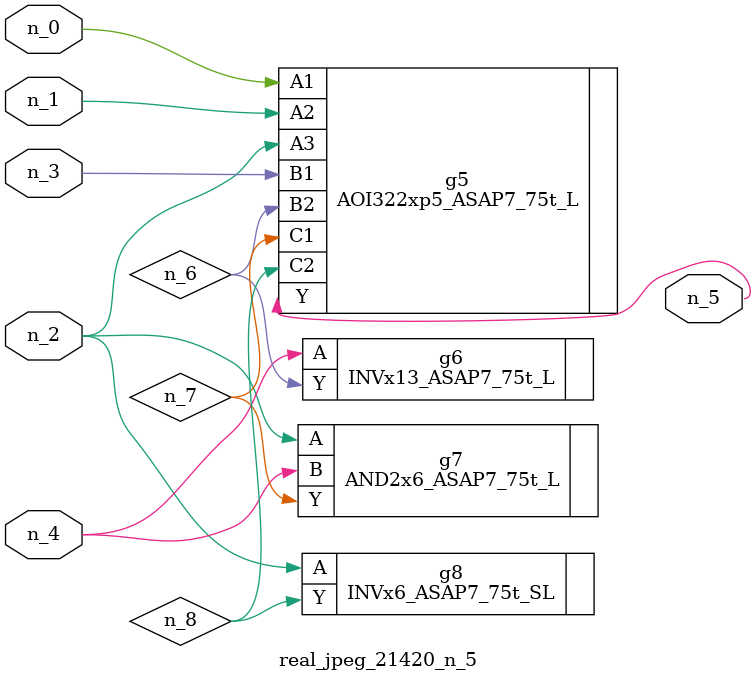
<source format=v>
module real_jpeg_21420_n_5 (n_4, n_0, n_1, n_2, n_3, n_5);

input n_4;
input n_0;
input n_1;
input n_2;
input n_3;

output n_5;

wire n_8;
wire n_6;
wire n_7;

AOI322xp5_ASAP7_75t_L g5 ( 
.A1(n_0),
.A2(n_1),
.A3(n_2),
.B1(n_3),
.B2(n_6),
.C1(n_7),
.C2(n_8),
.Y(n_5)
);

AND2x6_ASAP7_75t_L g7 ( 
.A(n_2),
.B(n_4),
.Y(n_7)
);

INVx6_ASAP7_75t_SL g8 ( 
.A(n_2),
.Y(n_8)
);

INVx13_ASAP7_75t_L g6 ( 
.A(n_4),
.Y(n_6)
);


endmodule
</source>
